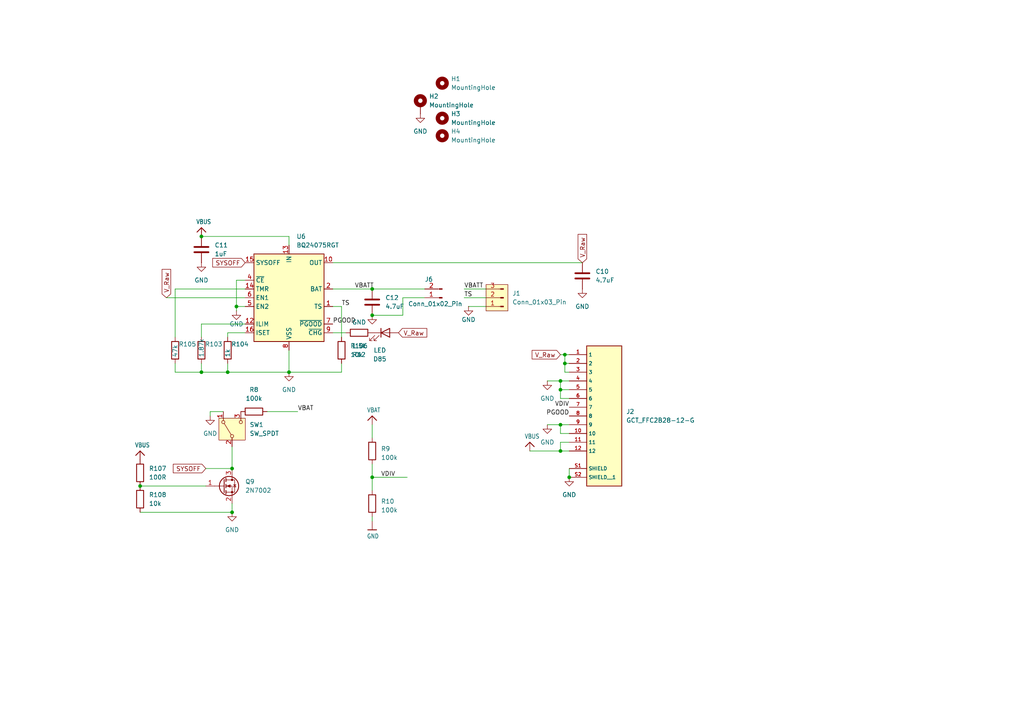
<source format=kicad_sch>
(kicad_sch (version 20250114) (generator "eeschema") (generator_version "9.0")
  (paper "A4")
  (lib_symbols
    (symbol "Adafruit nRF52840 Bluefruit Feather Express Rev D-eagle-import:GND" (power)
      (property "Value" "GND" (at -1.524 -2.54 0))
      (symbol "GND_1_0"
        (polyline (pts (xy -1.27 0) (xy 1.27 0)) (stroke (width 0.254)))
        (pin power_in line (at 0 2.54 270) (length 2.54) (name "GND") (number "1"))
      )
    )
    (symbol "Adafruit nRF52840 Bluefruit Feather Express Rev D-eagle-import:VBAT" (power)
      (property "Value" "VBAT" (at -1.524 1.016 0))
      (symbol "VBAT_1_0"
        (polyline (pts (xy -1.27 -1.27) (xy 0 0)) (stroke (width 0.254)))
        (polyline (pts (xy 0 0) (xy 1.27 -1.27)) (stroke (width 0.254)))
        (pin power_in line (at 0 -2.54 90) (length 2.54) (name "VBAT") (number "1"))
      )
    )
    (symbol "Adafruit nRF52840 Bluefruit Feather Express Rev D-eagle-import:VBUS" (power)
      (property "Value" "VBUS" (at -1.524 1.016 0))
      (symbol "VBUS_1_0"
        (polyline (pts (xy -1.27 -1.27) (xy 0 0)) (stroke (width 0.254)))
        (polyline (pts (xy 0 0) (xy 1.27 -1.27)) (stroke (width 0.254)))
        (pin power_in line (at 0 -2.54 90) (length 2.54) (name "VBUS") (number "1"))
      )
    )
    (symbol "Battery_Management:BQ24075RGT"
      (property "Reference" "U" (at -8.89 13.97 0))
      (property "Value" "BQ24075RGT" (at 16.51 13.97 0))
      (symbol "BQ24075RGT_0_1"
        (rectangle (start -10.16 12.7) (end 10.16 -12.7) (stroke (width 0.254)) (fill (type background)))
      )
      (symbol "BQ24075RGT_1_1"
        (pin input line (at -12.7 10.16 0) (length 2.54) (name "SYSOFF") (number "15"))
        (pin input line (at -12.7 5.08 0) (length 2.54) (name "~{CE}") (number "4"))
        (pin input line (at -12.7 2.54 0) (length 2.54) (name "TMR") (number "14"))
        (pin input line (at -12.7 0 0) (length 2.54) (name "EN1") (number "6"))
        (pin input line (at -12.7 -2.54 0) (length 2.54) (name "EN2") (number "5"))
        (pin passive line (at -12.7 -7.62 0) (length 2.54) (name "ILIM") (number "12"))
        (pin passive line (at -12.7 -10.16 0) (length 2.54) (name "ISET") (number "16"))
        (pin power_in line (at 0 15.24 270) (length 2.54) (name "IN") (number "13"))
        (pin passive line (at 0 -15.24 90) (length 2.54) (hide yes) (name "VSS") (number "17"))
        (pin power_in line (at 0 -15.24 90) (length 2.54) (name "VSS") (number "8"))
        (pin power_out line (at 12.7 10.16 180) (length 2.54) (name "OUT") (number "10"))
        (pin passive line (at 12.7 10.16 180) (length 2.54) (hide yes) (name "OUT") (number "11"))
        (pin power_out line (at 12.7 2.54 180) (length 2.54) (name "BAT") (number "2"))
        (pin passive line (at 12.7 2.54 180) (length 2.54) (hide yes) (name "BAT") (number "3"))
        (pin passive line (at 12.7 -2.54 180) (length 2.54) (name "TS") (number "1"))
        (pin open_collector line (at 12.7 -7.62 180) (length 2.54) (name "~{PGOOD}") (number "7"))
        (pin open_collector line (at 12.7 -10.16 180) (length 2.54) (name "~{CHG}") (number "9"))
      )
    )
    (symbol "Connector:Conn_01x02_Pin" (pin_names (offset 1.016) (hide yes))
      (property "Reference" "J" (at 0 2.54 0))
      (property "Value" "Conn_01x02_Pin" (at 0 -5.08 0))
      (symbol "Conn_01x02_Pin_1_1"
        (rectangle (start 0.8636 0.127) (end 0 -0.127) (stroke (width 0.1524)) (fill (type outline)))
        (rectangle (start 0.8636 -2.413) (end 0 -2.667) (stroke (width 0.1524)) (fill (type outline)))
        (polyline (pts (xy 1.27 0) (xy 0.8636 0)) (stroke (width 0.1524)))
        (polyline (pts (xy 1.27 -2.54) (xy 0.8636 -2.54)) (stroke (width 0.1524)))
        (pin passive line (at 5.08 0 180) (length 3.81) (name "Pin_1") (number "1"))
        (pin passive line (at 5.08 -2.54 180) (length 3.81) (name "Pin_2") (number "2"))
      )
    )
    (symbol "Connector:Conn_01x03_Pin" (pin_names (offset 1.016) (hide yes))
      (property "Reference" "J1" (at 0.635 7.62 0))
      (property "Value" "Conn_01x03_Pin" (at 0.635 5.08 0))
      (symbol "Conn_01x03_Pin_1_1"
        (rectangle (start -1.27 3.81) (end 5.08 -3.81) (fill (type background)))
        (rectangle (start 0.8636 2.667) (end 0 2.413) (stroke (width 0.1524)) (fill (type outline)))
        (rectangle (start 0.8636 0.127) (end 0 -0.127) (stroke (width 0.1524)) (fill (type outline)))
        (rectangle (start 0.8636 -2.413) (end 0 -2.667) (stroke (width 0.1524)) (fill (type outline)))
        (polyline (pts (xy 1.27 2.54) (xy 0.8636 2.54)) (stroke (width 0.1524)))
        (polyline (pts (xy 1.27 0) (xy 0.8636 0)) (stroke (width 0.1524)))
        (polyline (pts (xy 1.27 -2.54) (xy 0.8636 -2.54)) (stroke (width 0.1524)))
        (pin passive line (at 5.08 2.54 180) (length 3.81) (name "Pin_1") (number "1"))
        (pin passive line (at 5.08 0 180) (length 3.81) (name "Pin_2") (number "2"))
        (pin passive line (at 5.08 -2.54 180) (length 3.81) (name "Pin_3") (number "3"))
      )
    )
    (symbol "Device:C" (pin_numbers (hide yes)) (pin_names (offset 0.254))
      (property "Reference" "C" (at 0.635 2.54 0))
      (property "Value" "C" (at 0.635 -2.54 0))
      (symbol "C_0_1"
        (polyline (pts (xy -2.032 0.762) (xy 2.032 0.762)) (stroke (width 0.508)))
        (polyline (pts (xy -2.032 -0.762) (xy 2.032 -0.762)) (stroke (width 0.508)))
      )
      (symbol "C_1_1"
        (pin passive line (at 0 3.81 270) (length 2.794) (name "~") (number "1"))
        (pin passive line (at 0 -3.81 90) (length 2.794) (name "~") (number "2"))
      )
    )
    (symbol "Device:LED" (pin_numbers (hide yes)) (pin_names (offset 1.016) (hide yes))
      (property "Reference" "D" (at 0 2.54 0))
      (property "Value" "LED" (at 0 -2.54 0))
      (symbol "LED_0_1"
        (polyline (pts (xy -3.048 -0.762) (xy -4.572 -2.286) (xy -3.81 -2.286) (xy -4.572 -2.286) (xy -4.572 -1.524)))
        (polyline (pts (xy -1.778 -0.762) (xy -3.302 -2.286) (xy -2.54 -2.286) (xy -3.302 -2.286) (xy -3.302 -1.524)))
        (polyline (pts (xy -1.27 0) (xy 1.27 0)))
        (polyline (pts (xy -1.27 -1.27) (xy -1.27 1.27)) (stroke (width 0.254)))
        (polyline (pts (xy 1.27 -1.27) (xy 1.27 1.27) (xy -1.27 0) (xy 1.27 -1.27)) (stroke (width 0.254)))
      )
      (symbol "LED_1_1"
        (pin passive line (at -3.81 0 0) (length 2.54) (name "K") (number "1"))
        (pin passive line (at 3.81 0 180) (length 2.54) (name "A") (number "2"))
      )
    )
    (symbol "Device:R" (pin_numbers (hide yes)) (pin_names (offset 0))
      (property "Reference" "R" (at 2.032 0 90))
      (property "Value" "R" (at 0 0 90))
      (symbol "R_0_1"
        (rectangle (start -1.016 -2.54) (end 1.016 2.54) (stroke (width 0.254)))
      )
      (symbol "R_1_1"
        (pin passive line (at 0 3.81 270) (length 1.27) (name "~") (number "1"))
        (pin passive line (at 0 -3.81 90) (length 1.27) (name "~") (number "2"))
      )
    )
    (symbol "GCT:FFC2B28-12-G"
      (property "Reference" "J" (at -4.572 21.336 0))
      (symbol "FFC2B28-12-G_0_0"
        (rectangle (start -5.08 20.32) (end 5.08 -20.32) (stroke (width 0.254)) (fill (type background)))
        (pin passive line (at -10.16 17.78 0) (length 5.08) (name "1") (number "1"))
        (pin passive line (at -10.16 15.24 0) (length 5.08) (name "2") (number "2"))
        (pin passive line (at -10.16 12.7 0) (length 5.08) (name "3") (number "3"))
        (pin passive line (at -10.16 10.16 0) (length 5.08) (name "4") (number "4"))
        (pin passive line (at -10.16 7.62 0) (length 5.08) (name "5") (number "5"))
        (pin passive line (at -10.16 5.08 0) (length 5.08) (name "6") (number "6"))
        (pin passive line (at -10.16 2.54 0) (length 5.08) (name "7") (number "7"))
        (pin passive line (at -10.16 0 0) (length 5.08) (name "8") (number "8"))
        (pin passive line (at -10.16 -2.54 0) (length 5.08) (name "9") (number "9"))
        (pin passive line (at -10.16 -5.08 0) (length 5.08) (name "10") (number "10"))
        (pin passive line (at -10.16 -7.62 0) (length 5.08) (name "11") (number "11"))
        (pin passive line (at -10.16 -10.16 0) (length 5.08) (name "12") (number "12"))
        (pin passive line (at -10.16 -15.24 0) (length 5.08) (name "SHIELD") (number "S1"))
        (pin passive line (at -10.16 -17.78 0) (length 5.08) (name "SHIELD__1") (number "S2"))
      )
    )
    (symbol "Mechanical:MountingHole" (pin_names (offset 1.016)) (exclude_from_sim yes) (in_bom no)
      (property "Reference" "H" (at 0 5.08 0))
      (property "Value" "MountingHole" (at 0 3.175 0))
      (symbol "MountingHole_0_1"
        (circle (center 0 0) (radius 1.27) (stroke (width 1.27)))
      )
    )
    (symbol "Mechanical:MountingHole_Pad" (pin_numbers (hide yes)) (pin_names (offset 1.016) (hide yes)) (exclude_from_sim yes) (in_bom no)
      (property "Reference" "H" (at 0 6.35 0))
      (property "Value" "MountingHole_Pad" (at 0 4.445 0))
      (symbol "MountingHole_Pad_0_1"
        (circle (center 0 1.27) (radius 1.27) (stroke (width 1.27)))
      )
      (symbol "MountingHole_Pad_1_1"
        (pin input line (at 0 -2.54 90) (length 2.54) (name "1") (number "1"))
      )
    )
    (symbol "Switch:SW_SPDT" (pin_names (offset 0) (hide yes))
      (property "Reference" "SW" (at 0 5.08 0))
      (property "Value" "SW_SPDT" (at 0 -5.08 0))
      (symbol "SW_SPDT_0_1"
        (circle (center -2.032 0) (radius 0.4572))
        (polyline (pts (xy -1.651 0.254) (xy 1.651 2.286)))
        (circle (center 2.032 2.54) (radius 0.4572))
        (circle (center 2.032 -2.54) (radius 0.4572))
      )
      (symbol "SW_SPDT_1_1"
        (rectangle (start -3.175 3.81) (end 3.175 -3.81) (fill (type background)))
        (pin passive line (at -5.08 0 0) (length 2.54) (name "B") (number "2"))
        (pin passive line (at 5.08 2.54 180) (length 2.54) (name "A") (number "1"))
        (pin passive line (at 5.08 -2.54 180) (length 2.54) (name "C") (number "3"))
      )
    )
    (symbol "Transistor_FET:2N7002" (pin_names (offset 0) (hide yes))
      (property "Reference" "Q" (at 5.08 1.905 0))
      (property "Value" "2N7002" (at 5.08 0 0))
      (symbol "2N7002_0_1"
        (polyline (pts (xy 0.254 1.905) (xy 0.254 -1.905)) (stroke (width 0.254)))
        (polyline (pts (xy 0.254 0) (xy -2.54 0)))
        (polyline (pts (xy 0.762 2.286) (xy 0.762 1.27)) (stroke (width 0.254)))
        (polyline (pts (xy 0.762 0.508) (xy 0.762 -0.508)) (stroke (width 0.254)))
        (polyline (pts (xy 0.762 -1.27) (xy 0.762 -2.286)) (stroke (width 0.254)))
        (polyline (pts (xy 0.762 -1.778) (xy 3.302 -1.778) (xy 3.302 1.778) (xy 0.762 1.778)))
        (polyline (pts (xy 1.016 0) (xy 2.032 0.381) (xy 2.032 -0.381) (xy 1.016 0)) (fill (type outline)))
        (circle (center 1.651 0) (radius 2.794) (stroke (width 0.254)))
        (polyline (pts (xy 2.54 2.54) (xy 2.54 1.778)))
        (circle (center 2.54 1.778) (radius 0.254) (fill (type outline)))
        (circle (center 2.54 -1.778) (radius 0.254) (fill (type outline)))
        (polyline (pts (xy 2.54 -2.54) (xy 2.54 0) (xy 0.762 0)))
        (polyline (pts (xy 2.921 0.381) (xy 3.683 0.381)))
        (polyline (pts (xy 3.302 0.381) (xy 2.921 -0.254) (xy 3.683 -0.254) (xy 3.302 0.381)))
      )
      (symbol "2N7002_1_1"
        (pin input line (at -5.08 0 0) (length 2.54) (name "G") (number "1"))
        (pin passive line (at 2.54 5.08 270) (length 2.54) (name "D") (number "3"))
        (pin passive line (at 2.54 -5.08 90) (length 2.54) (name "S") (number "2"))
      )
    )
    (symbol "power:GND" (power) (pin_numbers (hide yes)) (pin_names (offset 0) (hide yes))
      (property "Value" "GND" (at 0 -3.81 0))
      (symbol "GND_0_1"
        (polyline (pts (xy 0 0) (xy 0 -1.27) (xy 1.27 -1.27) (xy 0 -2.54) (xy -1.27 -1.27) (xy 0 -1.27)))
      )
      (symbol "GND_1_1"
        (pin power_in line (at 0 0 270) (length 0) (name "~") (number "1"))
      )
    )
  )
  (junction (at 107.95 138.43))
  (junction (at 68.58 88.9))
  (junction (at 67.31 148.59))
  (junction (at 67.31 135.89))
  (junction (at 163.83 105.41))
  (junction (at 40.64 140.97))
  (junction (at 165.1 138.43))
  (junction (at 162.56 130.81))
  (junction (at 162.56 113.03))
  (junction (at 107.95 91.44))
  (junction (at 66.04 107.95))
  (junction (at 162.56 123.19))
  (junction (at 163.83 102.87))
  (junction (at 162.56 110.49))
  (junction (at 83.82 107.95))
  (junction (at 107.95 83.82))
  (junction (at 58.42 68.58))
  (junction (at 58.42 107.95))
  (wire (pts (xy 165.1 135.89) (xy 165.1 138.43)))
  (wire (pts (xy 165.1 115.57) (xy 162.56 115.57)))
  (wire (pts (xy 99.06 107.95) (xy 83.82 107.95)))
  (wire (pts (xy 162.56 113.03) (xy 162.56 110.49)))
  (wire (pts (xy 165.1 107.95) (xy 163.83 107.95)))
  (wire (pts (xy 96.52 76.2) (xy 168.91 76.2)))
  (wire (pts (xy 165.1 105.41) (xy 163.83 105.41)))
  (wire (pts (xy 48.26 86.36) (xy 71.12 86.36)))
  (wire (pts (xy 158.75 123.19) (xy 162.56 123.19)))
  (wire (pts (xy 66.04 96.52) (xy 66.04 97.79)))
  (wire (pts (xy 165.1 128.27) (xy 162.56 128.27)))
  (wire (pts (xy 66.04 107.95) (xy 83.82 107.95)))
  (wire (pts (xy 107.95 138.43) (xy 118.11 138.43)) (stroke (width 0.1524)))
  (wire (pts (xy 66.04 105.41) (xy 66.04 107.95)))
  (wire (pts (xy 60.96 119.38) (xy 60.96 120.65)))
  (wire (pts (xy 107.95 134.62) (xy 107.95 138.43)) (stroke (width 0.1524)))
  (wire (pts (xy 71.12 96.52) (xy 66.04 96.52)))
  (wire (pts (xy 162.56 130.81) (xy 165.1 130.81)))
  (wire (pts (xy 96.52 83.82) (xy 107.95 83.82)))
  (wire (pts (xy 58.42 93.98) (xy 58.42 97.79)))
  (wire (pts (xy 100.33 96.52) (xy 96.52 96.52)))
  (wire (pts (xy 40.64 140.97) (xy 59.69 140.97)))
  (wire (pts (xy 162.56 110.49) (xy 165.1 110.49)))
  (wire (pts (xy 50.8 105.41) (xy 50.8 107.95)))
  (wire (pts (xy 99.06 97.79) (xy 99.06 88.9)))
  (wire (pts (xy 58.42 68.58) (xy 83.82 68.58)))
  (wire (pts (xy 162.56 125.73) (xy 162.56 123.19)))
  (wire (pts (xy 116.84 86.36) (xy 116.84 91.44)))
  (wire (pts (xy 71.12 83.82) (xy 50.8 83.82)))
  (wire (pts (xy 163.83 102.87) (xy 165.1 102.87)))
  (wire (pts (xy 107.95 123.19) (xy 107.95 127)) (stroke (width 0.1524)))
  (wire (pts (xy 68.58 81.28) (xy 68.58 88.9)))
  (wire (pts (xy 64.77 119.38) (xy 60.96 119.38)))
  (wire (pts (xy 162.56 115.57) (xy 162.56 113.03)))
  (wire (pts (xy 99.06 88.9) (xy 96.52 88.9)))
  (wire (pts (xy 162.56 128.27) (xy 162.56 130.81)))
  (wire (pts (xy 162.56 102.87) (xy 163.83 102.87)))
  (wire (pts (xy 67.31 129.54) (xy 67.31 135.89)))
  (wire (pts (xy 83.82 107.95) (xy 83.82 101.6)))
  (wire (pts (xy 83.82 68.58) (xy 83.82 71.12)))
  (wire (pts (xy 50.8 83.82) (xy 50.8 97.79)))
  (wire (pts (xy 50.8 107.95) (xy 58.42 107.95)))
  (wire (pts (xy 163.83 107.95) (xy 163.83 105.41)))
  (wire (pts (xy 140.97 88.9) (xy 135.89 88.9)))
  (wire (pts (xy 68.58 88.9) (xy 68.58 90.17)))
  (wire (pts (xy 59.69 135.89) (xy 67.31 135.89)))
  (wire (pts (xy 134.62 83.82) (xy 140.97 83.82)))
  (wire (pts (xy 68.58 88.9) (xy 71.12 88.9)))
  (wire (pts (xy 162.56 123.19) (xy 165.1 123.19)))
  (wire (pts (xy 158.75 110.49) (xy 162.56 110.49)))
  (wire (pts (xy 107.95 138.43) (xy 107.95 142.24)) (stroke (width 0.1524)))
  (wire (pts (xy 165.1 125.73) (xy 162.56 125.73)))
  (wire (pts (xy 99.06 105.41) (xy 99.06 107.95)))
  (wire (pts (xy 153.67 130.81) (xy 162.56 130.81)))
  (wire (pts (xy 67.31 148.59) (xy 67.31 146.05)))
  (wire (pts (xy 116.84 91.44) (xy 107.95 91.44)))
  (wire (pts (xy 71.12 81.28) (xy 68.58 81.28)))
  (wire (pts (xy 40.64 148.59) (xy 67.31 148.59)))
  (wire (pts (xy 58.42 105.41) (xy 58.42 107.95)))
  (wire (pts (xy 107.95 149.86) (xy 107.95 151.13)))
  (wire (pts (xy 123.19 86.36) (xy 116.84 86.36)))
  (wire (pts (xy 165.1 113.03) (xy 162.56 113.03)))
  (wire (pts (xy 134.62 86.36) (xy 140.97 86.36)))
  (wire (pts (xy 86.36 119.38) (xy 77.47 119.38)))
  (wire (pts (xy 71.12 93.98) (xy 58.42 93.98)))
  (wire (pts (xy 58.42 107.95) (xy 66.04 107.95)))
  (wire (pts (xy 163.83 105.41) (xy 163.83 102.87)))
  (wire (pts (xy 107.95 83.82) (xy 123.19 83.82)))
  (label "VBATT" (at 102.87 83.82 0))
  (label "PGOOD" (at 96.52 93.98 0))
  (label "VBAT" (at 86.36 119.38 0))
  (label "VDIV" (at 165.1 118.11 180) (effects (font (size 1.2446 1.2446))))
  (label "TS" (at 99.06 88.9 0))
  (label "VDIV" (at 110.49 138.43 0) (effects (font (size 1.2446 1.2446))))
  (label "TS" (at 134.62 86.36 0))
  (label "VBATT" (at 134.62 83.82 0))
  (label "PGOOD" (at 165.1 120.65 180))
  (global_label "V_Raw" (shape input) (at 115.57 96.52 0) (property "Intersheetrefs" "${INTERSHEET_REFS}" (effects (hide yes))))
  (global_label "SYSOFF" (shape input) (at 59.69 135.89 180) (property "Intersheetrefs" "${INTERSHEET_REFS}" (effects (hide yes))))
  (global_label "V_Raw" (shape input) (at 48.26 86.36 90) (property "Intersheetrefs" "${INTERSHEET_REFS}" (effects (hide yes))))
  (global_label "V_Raw" (shape input) (at 162.56 102.87 180) (property "Intersheetrefs" "${INTERSHEET_REFS}" (effects (hide yes))))
  (global_label "V_Raw" (shape input) (at 168.91 76.2 90) (property "Intersheetrefs" "${INTERSHEET_REFS}" (effects (hide yes))))
  (global_label "SYSOFF" (shape input) (at 71.12 76.2 180) (property "Intersheetrefs" "${INTERSHEET_REFS}" (effects (hide yes))))
  (symbol (lib_id "Switch:SW_SPDT") (at 67.31 124.46 90) (unit 1)
    (property "Reference" "SW1" (at 72.39 123.1899 90) (effects (justify right)))
    (property "Value" "SW_SPDT" (at 72.39 125.7299 90) (effects (justify right)))
    (property "Footprint" "JohnDeereLibrary:ET01MD1CBE" (effects (hide yes)))
    (property "Description" "Switch, single pole double throw" (effects (hide yes)))
  )
  (symbol (lib_id "Adafruit nRF52840 Bluefruit Feather Express Rev D-eagle-import:GND") (at 107.95 153.67 0) (unit 1)
    (property "Reference" "#U$026" (effects (hide yes)))
    (property "Value" "GND" (at 106.426 156.21 0) (effects (font (size 1.27 1.0795)) (justify left bottom)))
  )
  (symbol (lib_id "Device:R") (at 107.95 130.81 0) (unit 1)
    (property "Reference" "R9" (at 110.49 130.175 0) (effects (justify left)))
    (property "Value" "100k" (at 110.49 132.715 0) (effects (justify left)))
    (property "Footprint" "Resistor_SMD:R_0402_1005Metric" (effects (hide yes)))
  )
  (symbol (lib_id "Adafruit nRF52840 Bluefruit Feather Express Rev D-eagle-import:VBUS") (at 58.42 66.04 0) (unit 1)
    (property "Reference" "#U$014" (effects (hide yes)))
    (property "Value" "VBUS" (at 56.896 65.024 0) (effects (font (size 1.27 1.0795)) (justify left bottom)))
  )
  (symbol (lib_id "Device:R") (at 66.04 101.6 0) (unit 1)
    (property "Reference" "R104" (at 67.056 99.822 0) (effects (justify left)))
    (property "Value" "1k" (at 66.04 103.632 90) (effects (justify left)))
    (property "Footprint" "Resistor_SMD:R_0402_1005Metric" (effects (hide yes)))
    (property "Description" "Resistor" (effects (hide yes)))
  )
  (symbol (lib_id "Mechanical:MountingHole") (at 128.27 39.37 0) (unit 1) (exclude_from_sim yes) (in_bom no)
    (property "Reference" "H4" (at 130.81 38.0999 0) (effects (justify left)))
    (property "Value" "MountingHole" (at 130.81 40.6399 0) (effects (justify left)))
    (property "Footprint" "MountingHole:MountingHole_2.2mm_M2_ISO14580" (effects (hide yes)))
    (property "Description" "Mounting Hole without connection" (effects (hide yes)))
  )
  (symbol (lib_id "Device:C") (at 58.42 72.39 0) (unit 1)
    (property "Reference" "C11" (at 62.23 71.1199 0) (effects (justify left)))
    (property "Value" "1uF" (at 62.23 73.6599 0) (effects (justify left)))
    (property "Footprint" "Capacitor_SMD:C_1206_3216Metric" (effects (hide yes)))
    (property "Description" "Unpolarized capacitor" (effects (hide yes)))
  )
  (symbol (lib_id "Adafruit nRF52840 Bluefruit Feather Express Rev D-eagle-import:VBAT") (at 107.95 120.65 0) (unit 1)
    (property "Reference" "#U$023" (effects (hide yes)))
    (property "Value" "VBAT" (at 106.426 119.634 0) (effects (font (size 1.27 1.0795)) (justify left bottom)))
  )
  (symbol (lib_id "Device:R") (at 107.95 146.05 0) (unit 1)
    (property "Reference" "R10" (at 110.49 145.415 0) (effects (justify left)))
    (property "Value" "100k" (at 110.49 147.955 0) (effects (justify left)))
    (property "Footprint" "Resistor_SMD:R_0402_1005Metric" (effects (hide yes)))
  )
  (symbol (lib_id "Device:R") (at 40.64 137.16 180) (unit 1)
    (property "Reference" "R107" (at 43.18 135.8899 0) (effects (justify right)))
    (property "Value" "100R" (at 43.18 138.4299 0) (effects (justify right)))
    (property "Footprint" "Resistor_SMD:R_0402_1005Metric" (effects (hide yes)))
    (property "Description" "Resistor" (effects (hide yes)))
  )
  (symbol (lib_id "power:GND") (at 67.31 148.59 0) (unit 1)
    (property "Reference" "#PWR016" (effects (hide yes)))
    (property "Value" "GND" (at 67.31 153.67 0))
    (property "Description" "Power symbol creates a global label with name \"GND\" , ground" (effects (hide yes)))
  )
  (symbol (lib_id "power:GND") (at 158.75 110.49 0) (unit 1)
    (property "Reference" "#PWR04" (effects (hide yes)))
    (property "Value" "GND" (at 158.75 115.57 0))
    (property "Description" "Power symbol creates a global label with name \"GND\" , ground" (effects (hide yes)))
  )
  (symbol (lib_id "Device:R") (at 50.8 101.6 0) (unit 1)
    (property "Reference" "R105" (at 51.816 99.822 0) (effects (justify left)))
    (property "Value" "47k" (at 50.8 103.632 90) (effects (justify left)))
    (property "Footprint" "Resistor_SMD:R_0402_1005Metric" (effects (hide yes)))
    (property "Description" "Resistor" (effects (hide yes)))
  )
  (symbol (lib_id "power:GND") (at 158.75 123.19 0) (unit 1)
    (property "Reference" "#PWR02" (effects (hide yes)))
    (property "Value" "GND" (at 158.75 128.27 0))
    (property "Description" "Power symbol creates a global label with name \"GND\" , ground" (effects (hide yes)))
  )
  (symbol (lib_id "power:GND") (at 83.82 107.95 0) (unit 1)
    (property "Reference" "#PWR05" (effects (hide yes)))
    (property "Value" "GND" (at 83.82 113.03 0))
    (property "Description" "Power symbol creates a global label with name \"GND\" , ground" (effects (hide yes)))
  )
  (symbol (lib_id "Connector:Conn_01x03_Pin") (at 146.05 86.36 180) (unit 1)
    (property "Reference" "J1" (at 148.59 85.0899 0) (effects (justify right)))
    (property "Value" "Conn_01x03_Pin" (at 148.59 87.6299 0) (effects (justify right)))
    (property "Footprint" "Connector_Molex:Molex_Pico-EZmate_78171-0003_1x03-1MP_P1.20mm_Vertical" (effects (hide yes)))
    (property "Description" "Generic connector, single row, 01x03, script generated" (effects (hide yes)))
  )
  (symbol (lib_id "Device:C") (at 168.91 80.01 0) (unit 1)
    (property "Reference" "C10" (at 172.72 78.7399 0) (effects (justify left)))
    (property "Value" "4.7uF" (at 172.72 81.2799 0) (effects (justify left)))
    (property "Footprint" "Capacitor_SMD:C_0805_2012Metric" (effects (hide yes)))
    (property "Description" "Unpolarized capacitor" (effects (hide yes)))
  )
  (symbol (lib_id "power:GND") (at 58.42 76.2 0) (unit 1)
    (property "Reference" "#PWR013" (effects (hide yes)))
    (property "Value" "GND" (at 58.42 81.28 0))
    (property "Description" "Power symbol creates a global label with name \"GND\" , ground" (effects (hide yes)))
  )
  (symbol (lib_id "Adafruit nRF52840 Bluefruit Feather Express Rev D-eagle-import:VBUS") (at 40.64 130.81 0) (unit 1)
    (property "Reference" "#U$029" (effects (hide yes)))
    (property "Value" "VBUS" (at 39.116 129.794 0) (effects (font (size 1.27 1.0795)) (justify left bottom)))
  )
  (symbol (lib_id "Mechanical:MountingHole_Pad") (at 121.92 30.48 0) (unit 1) (exclude_from_sim yes) (in_bom no)
    (property "Reference" "H2" (at 124.46 27.9399 0) (effects (justify left)))
    (property "Value" "MountingHole" (at 124.46 30.4799 0) (effects (justify left)))
    (property "Footprint" "MountingHole:MountingHole_2.2mm_M2_ISO14580_Pad_TopBottom" (effects (hide yes)))
    (property "Description" "Mounting Hole with connection" (effects (hide yes)))
  )
  (symbol (lib_id "Transistor_FET:2N7002") (at 64.77 140.97 0) (unit 1)
    (property "Reference" "Q9" (at 71.12 139.6999 0) (effects (justify left)))
    (property "Value" "2N7002" (at 71.12 142.2399 0) (effects (justify left)))
    (property "Footprint" "Package_TO_SOT_SMD:SOT-23" (effects (hide yes)))
    (property "Datasheet" "https://www.onsemi.com/pub/Collateral/NDS7002A-D.PDF" (effects (hide yes)))
    (property "Description" "0.115A Id, 60V Vds, N-Channel MOSFET, SOT-23" (effects (hide yes)))
  )
  (symbol (lib_id "Connector:Conn_01x02_Pin") (at 128.27 86.36 180) (unit 1)
    (property "Reference" "J6" (at 123.19 81.026 0) (effects (justify right)))
    (property "Value" "Conn_01x02_Pin" (at 118.364 88.138 0) (effects (justify right)))
    (property "Footprint" "Connector_PinSocket_2.54mm:PinSocket_1x02_P2.54mm_Vertical" (effects (hide yes)))
    (property "Description" "Generic connector, single row, 01x02, script generated" (effects (hide yes)))
  )
  (symbol (lib_id "Device:R") (at 40.64 144.78 0) (unit 1)
    (property "Reference" "R108" (at 43.18 143.5099 0) (effects (justify left)))
    (property "Value" "10k" (at 43.18 146.0499 0) (effects (justify left)))
    (property "Footprint" "Resistor_SMD:R_0402_1005Metric" (effects (hide yes)))
    (property "Description" "Resistor" (effects (hide yes)))
  )
  (symbol (lib_id "Device:R") (at 104.14 96.52 270) (unit 1)
    (property "Reference" "R12" (at 104.14 102.87 90))
    (property "Value" "1.5k" (at 104.14 100.33 90))
    (property "Footprint" "Resistor_SMD:R_0402_1005Metric" (effects (hide yes)))
    (property "Description" "Resistor" (effects (hide yes)))
  )
  (symbol (lib_id "Mechanical:MountingHole") (at 128.27 34.29 0) (unit 1) (exclude_from_sim yes) (in_bom no)
    (property "Reference" "H3" (at 130.81 33.0199 0) (effects (justify left)))
    (property "Value" "MountingHole" (at 130.81 35.5599 0) (effects (justify left)))
    (property "Footprint" "MountingHole:MountingHole_2.2mm_M2_ISO14580" (effects (hide yes)))
    (property "Description" "Mounting Hole without connection" (effects (hide yes)))
  )
  (symbol (lib_id "GCT:FFC2B28-12-G") (at 175.26 120.65 0) (unit 1)
    (property "Reference" "J2" (at 181.61 119.3799 0) (effects (justify left)))
    (property "Value" "GCT_FFC2B28-12-G" (at 181.61 121.9199 0) (effects (justify left)))
    (property "Footprint" "GCT:GCT_FFC2B28-12-G" (effects (hide yes)))
  )
  (symbol (lib_id "Device:C") (at 107.95 87.63 0) (unit 1)
    (property "Reference" "C12" (at 111.76 86.3599 0) (effects (justify left)))
    (property "Value" "4.7uF" (at 111.76 88.8999 0) (effects (justify left)))
    (property "Footprint" "Capacitor_SMD:C_0805_2012Metric" (effects (hide yes)))
    (property "Description" "Unpolarized capacitor" (effects (hide yes)))
  )
  (symbol (lib_id "Adafruit nRF52840 Bluefruit Feather Express Rev D-eagle-import:VBUS") (at 153.67 128.27 0) (unit 1)
    (property "Reference" "#U$01" (effects (hide yes)))
    (property "Value" "VBUS" (at 152.146 127.254 0) (effects (font (size 1.27 1.0795)) (justify left bottom)))
  )
  (symbol (lib_id "power:GND") (at 135.89 88.9 0) (unit 1)
    (property "Reference" "#PWR01" (effects (hide yes)))
    (property "Value" "GND" (at 135.89 92.71 0))
    (property "Description" "Power symbol creates a global label with name \"GND\" , ground" (effects (hide yes)))
  )
  (symbol (lib_id "power:GND") (at 60.96 120.65 0) (unit 1)
    (property "Reference" "#PWR017" (effects (hide yes)))
    (property "Value" "GND" (at 60.96 125.73 0))
    (property "Description" "Power symbol creates a global label with name \"GND\" , ground" (effects (hide yes)))
  )
  (symbol (lib_id "Battery_Management:BQ24075RGT") (at 83.82 86.36 0) (unit 1)
    (property "Reference" "U6" (at 85.9633 68.58 0) (effects (justify left)))
    (property "Value" "BQ24075RGT" (at 85.9633 71.12 0) (effects (justify left)))
    (property "Footprint" "Package_DFN_QFN:VQFN-16-1EP_3x3mm_P0.5mm_EP1.6x1.6mm" (effects (hide yes)))
    (property "Datasheet" "http://www.ti.com/lit/ds/symlink/bq24075.pdf" (effects (hide yes)))
    (property "Description" "USB-Friendly Li-Ion Battery Charger and Power-Path Management, VQFN-16" (effects (hide yes)))
  )
  (symbol (lib_id "power:GND") (at 168.91 83.82 0) (unit 1)
    (property "Reference" "#PWR012" (effects (hide yes)))
    (property "Value" "GND" (at 168.91 88.9 0))
    (property "Description" "Power symbol creates a global label with name \"GND\" , ground" (effects (hide yes)))
  )
  (symbol (lib_id "Device:R") (at 58.42 101.6 0) (unit 1)
    (property "Reference" "R103" (at 59.436 99.822 0) (effects (justify left)))
    (property "Value" "1.87k" (at 58.42 103.632 90) (effects (justify left)))
    (property "Footprint" "Resistor_SMD:R_0402_1005Metric" (effects (hide yes)))
    (property "Description" "Resistor" (effects (hide yes)))
    (property "MPN" "RT0402BRD071K87L" (effects (hide yes)))
  )
  (symbol (lib_id "power:GND") (at 165.1 138.43 0) (unit 1)
    (property "Reference" "#PWR06" (effects (hide yes)))
    (property "Value" "GND" (at 165.1 143.51 0))
    (property "Description" "Power symbol creates a global label with name \"GND\" , ground" (effects (hide yes)))
  )
  (symbol (lib_id "Mechanical:MountingHole") (at 128.27 24.13 0) (unit 1) (exclude_from_sim yes) (in_bom no)
    (property "Reference" "H1" (at 130.81 22.8599 0) (effects (justify left)))
    (property "Value" "MountingHole" (at 130.81 25.3999 0) (effects (justify left)))
    (property "Footprint" "MountingHole:MountingHole_2.2mm_M2_ISO14580" (effects (hide yes)))
    (property "Description" "Mounting Hole without connection" (effects (hide yes)))
  )
  (symbol (lib_id "Device:LED") (at 111.76 96.52 0) (unit 1)
    (property "Reference" "D85" (at 110.1725 104.14 0))
    (property "Value" "LED" (at 110.1725 101.6 0))
    (property "Footprint" "JohnDeereLibrary:LED_WURTH_155060AS75300" (effects (hide yes)))
    (property "Description" "Light emitting diode" (effects (hide yes)))
  )
  (symbol (lib_id "Device:R") (at 73.66 119.38 270) (unit 1)
    (property "Reference" "R8" (at 73.66 113.03 90))
    (property "Value" "100k" (at 73.66 115.57 90))
    (property "Footprint" "Resistor_SMD:R_0402_1005Metric" (effects (hide yes)))
  )
  (symbol (lib_id "power:GND") (at 107.95 91.44 0) (unit 1)
    (property "Reference" "#PWR014" (effects (hide yes)))
    (property "Value" "GND" (at 104.14 93.472 0))
    (property "Description" "Power symbol creates a global label with name \"GND\" , ground" (effects (hide yes)))
  )
  (symbol (lib_id "power:GND") (at 121.92 33.02 0) (unit 1)
    (property "Reference" "#PWR03" (effects (hide yes)))
    (property "Value" "GND" (at 121.92 38.1 0))
    (property "Description" "Power symbol creates a global label with name \"GND\" , ground" (effects (hide yes)))
  )
  (symbol (lib_id "power:GND") (at 68.58 90.17 0) (unit 1)
    (property "Reference" "#PWR015" (effects (hide yes)))
    (property "Value" "GND" (at 68.58 93.98 0))
    (property "Description" "Power symbol creates a global label with name \"GND\" , ground" (effects (hide yes)))
  )
  (symbol (lib_id "Device:R") (at 99.06 101.6 0) (unit 1)
    (property "Reference" "R106" (at 101.6 100.3299 0) (effects (justify left)))
    (property "Value" "10k" (at 101.6 102.8699 0) (effects (justify left)))
    (property "Footprint" "Resistor_SMD:R_0402_1005Metric" (effects (hide yes)))
    (property "Description" "Resistor" (effects (hide yes)))
  )
)
</source>
